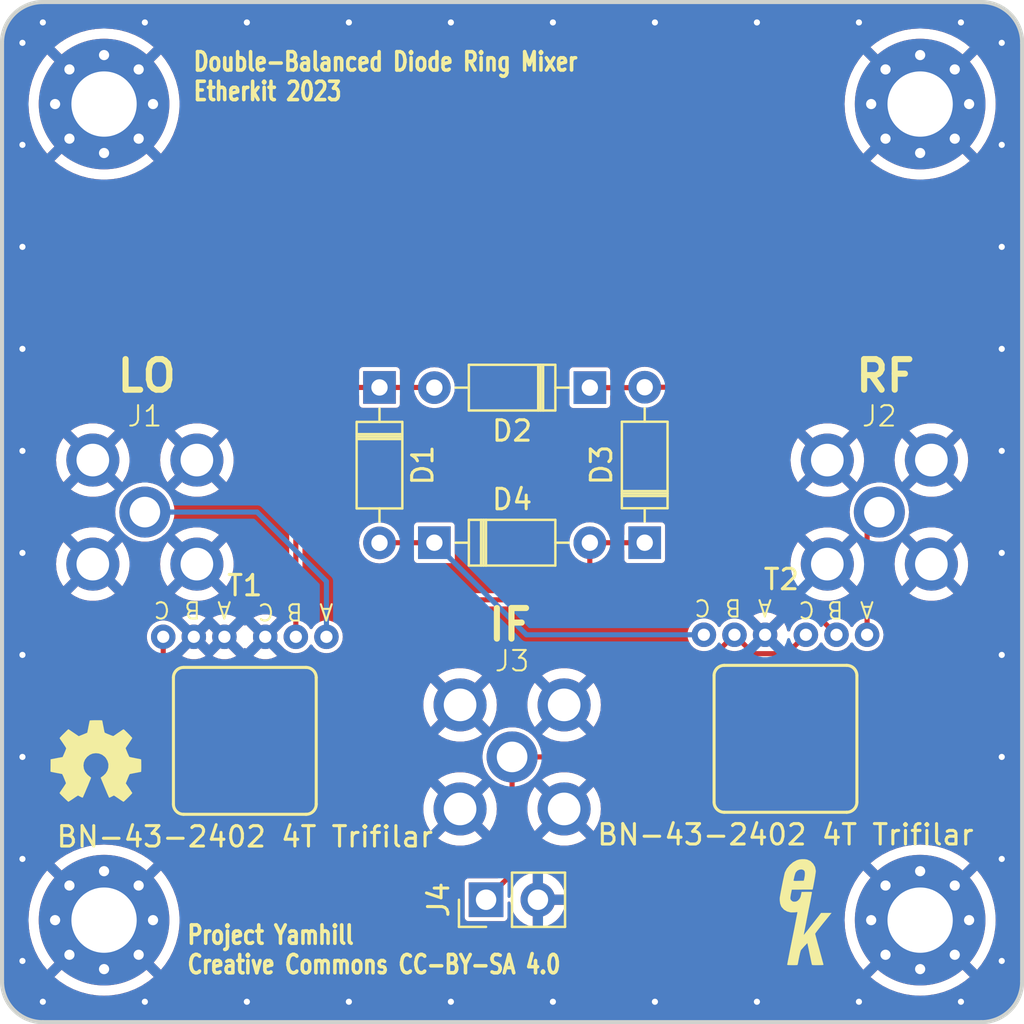
<source format=kicad_pcb>
(kicad_pcb (version 20221018) (generator pcbnew)
  (title_block (title "Project Yamhill") (rev "A") (company "Etherkit"))
  (layers (0 "F.Cu" signal) (31 "B.Cu" signal) (34 "B.Paste" user) (35 "F.Paste" user) (36 "B.SilkS" user "B.Silkscreen") (37 "F.SilkS" user "F.Silkscreen") (38 "B.Mask" user) (39 "F.Mask" user) (44 "Edge.Cuts" user))
  (net 0 "")
  (net 1 "Net-(D1-Pad1)")
  (net 2 "Net-(D1-Pad2)")
  (net 3 "Net-(D2-Pad1)")
  (net 4 "Net-(D3-Pad1)")
  (net 5 "GND")
  (net 6 "Net-(J1-In)")
  (net 7 "Net-(J2-In)")
  (net 8 "Net-(J3-In)")
  (footprint "Diode_THT:D_DO-35_SOD27_P7.62mm_Horizontal" (layer "F.Cu") (at 131.5 76.5 90)
    (fp_text reference "D3" (at 3.81 -2.12 90) (layer "F.SilkS"))
    (fp_text value "1N5711")
    (fp_line (start 1.04 0) (end 1.69 0) (stroke (width 0.12)) (layer "F.SilkS"))
    (fp_line (start 1.69 -1.12) (end 1.69 1.12) (stroke (width 0.12)) (layer "F.SilkS"))
    (fp_line (start 1.69 1.12) (end 5.93 1.12) (stroke (width 0.12)) (layer "F.SilkS"))
    (fp_line (start 2.29 -1.12) (end 2.29 1.12) (stroke (width 0.12)) (layer "F.SilkS"))
    (fp_line (start 2.41 -1.12) (end 2.41 1.12) (stroke (width 0.12)) (layer "F.SilkS"))
    (fp_line (start 2.53 -1.12) (end 2.53 1.12) (stroke (width 0.12)) (layer "F.SilkS"))
    (fp_line (start 5.93 -1.12) (end 1.69 -1.12) (stroke (width 0.12)) (layer "F.SilkS"))
    (fp_line (start 5.93 1.12) (end 5.93 -1.12) (stroke (width 0.12)) (layer "F.SilkS"))
    (fp_line (start 6.58 0) (end 5.93 0) (stroke (width 0.12)) (layer "F.SilkS"))
    (pad "1" thru_hole rect (at 0 0 90) (size 1.6 1.6) (drill 0.8) (layers "*.Cu" "*.Mask") (net 4 "Net-(D3-Pad1)"))
    (pad "2" thru_hole oval (at 7.62 0 90) (size 1.6 1.6) (drill 0.8) (layers "*.Cu" "*.Mask") (net 3 "Net-(D2-Pad1)"))
  )
  (footprint "Diode_THT:D_DO-35_SOD27_P7.62mm_Horizontal" (layer "F.Cu") (at 128.81 68.9 180)
    (fp_text reference "D2" (at 3.81 -2.12) (layer "F.SilkS"))
    (fp_text value "1N5711")
    (fp_line (start 1.04 0) (end 1.69 0) (stroke (width 0.12)) (layer "F.SilkS"))
    (fp_line (start 1.69 -1.12) (end 1.69 1.12) (stroke (width 0.12)) (layer "F.SilkS"))
    (fp_line (start 1.69 1.12) (end 5.93 1.12) (stroke (width 0.12)) (layer "F.SilkS"))
    (fp_line (start 2.29 -1.12) (end 2.29 1.12) (stroke (width 0.12)) (layer "F.SilkS"))
    (fp_line (start 2.41 -1.12) (end 2.41 1.12) (stroke (width 0.12)) (layer "F.SilkS"))
    (fp_line (start 2.53 -1.12) (end 2.53 1.12) (stroke (width 0.12)) (layer "F.SilkS"))
    (fp_line (start 5.93 -1.12) (end 1.69 -1.12) (stroke (width 0.12)) (layer "F.SilkS"))
    (fp_line (start 5.93 1.12) (end 5.93 -1.12) (stroke (width 0.12)) (layer "F.SilkS"))
    (fp_line (start 6.58 0) (end 5.93 0) (stroke (width 0.12)) (layer "F.SilkS"))
    (pad "1" thru_hole rect (at 0 0 180) (size 1.6 1.6) (drill 0.8) (layers "*.Cu" "*.Mask") (net 3 "Net-(D2-Pad1)"))
    (pad "2" thru_hole oval (at 7.62 0 180) (size 1.6 1.6) (drill 0.8) (layers "*.Cu" "*.Mask") (net 1 "Net-(D1-Pad1)"))
  )
  (footprint "EtherkitKicadLibrary:SMA_Jack_Vertical" (layer "F.Cu") (at 107 75)
    (fp_text reference "J1" (at 0 -4.7 unlocked) (layer "F.SilkS") (effects (font (thickness 0.1))))
    (fp_text value "LO" hide)
    (pad "1" thru_hole circle (at 0 0) (size 2.5 2.5) (drill 1.5) (layers "*.Cu" "*.Mask") (net 6 "Net-(J1-In)"))
    (pad "2" thru_hole circle (at -2.55 -2.55) (size 2.6 2.6) (drill 1.6) (layers "*.Cu" "*.Mask") (net 5 "GND"))
    (pad "2" thru_hole circle (at -2.55 2.55) (size 2.6 2.6) (drill 1.6) (layers "*.Cu" "*.Mask") (net 5 "GND"))
    (pad "2" thru_hole circle (at 2.55 -2.55) (size 2.6 2.6) (drill 1.6) (layers "*.Cu" "*.Mask") (net 5 "GND"))
    (pad "2" thru_hole circle (at 2.55 2.55) (size 2.6 2.6) (drill 1.6) (layers "*.Cu" "*.Mask") (net 5 "GND"))
  )
  (footprint "EtherkitKicadLibrary:OSHWLogo4mm" (layer "F.Cu") (at 104.6 87.2)
    (fp_text reference "G***" hide)
    (fp_text value "LOGO" hide)
    (fp_poly (pts (xy -1.34874 1.99898) (xy -1.32588 1.98628) (xy -1.27254 1.95326) (xy -1.19888 1.905) (xy -1.10998 1.84658) (xy -1.02362 1.78562) (xy -0.94996 1.73736) (xy -0.89916 1.70434) (xy -0.87884 1.69418) (xy -0.86614 1.69672) (xy -0.8255 1.71704) (xy -0.76454 1.75006) (xy -0.72898 1.76784) (xy -0.6731 1.7907) (xy -0.64516 1.79578) (xy -0.64008 1.78816) (xy -0.61976 1.74752) (xy -0.58928 1.67386) (xy -0.5461 1.57734) (xy -0.49784 1.46304) (xy -0.44704 1.34112) (xy -0.3937 1.2192) (xy -0.34544 1.09982) (xy -0.30226 0.99314) (xy -0.2667 0.90678) (xy -0.24384 0.84582) (xy -0.23622 0.82042) (xy -0.23876 0.81534) (xy -0.2667 0.7874) (xy -0.31496 0.75184) (xy -0.4191 0.66548) (xy -0.52324 0.53594) (xy -0.58674 0.38862) (xy -0.6096 0.22352) (xy -0.59182 0.07366) (xy -0.53086 -0.07112) (xy -0.42926 -0.2032) (xy -0.3048 -0.29972) (xy -0.16256 -0.36322) (xy 0 -0.38354) (xy 0.15494 -0.36576) (xy 0.30226 -0.30734) (xy 0.43434 -0.20574) (xy 0.49022 -0.14224) (xy 0.56642 -0.01016) (xy 0.6096 0.13208) (xy 0.61468 0.16764) (xy 0.60706 0.32512) (xy 0.56134 0.47498) (xy 0.48006 0.60706) (xy 0.36576 0.71882) (xy 0.35052 0.72898) (xy 0.29718 0.76708) (xy 0.26162 0.79502) (xy 0.23368 0.81788) (xy 0.4318 1.29794) (xy 0.46482 1.37414) (xy 0.51816 1.50368) (xy 0.56642 1.61798) (xy 0.60706 1.70688) (xy 0.63246 1.76784) (xy 0.64516 1.7907) (xy 0.64516 1.79324) (xy 0.66294 1.79578) (xy 0.6985 1.78308) (xy 0.76708 1.75006) (xy 0.81026 1.7272) (xy 0.86106 1.7018) (xy 0.88392 1.69418) (xy 0.90424 1.70434) (xy 0.9525 1.73482) (xy 1.02362 1.78308) (xy 1.10998 1.8415) (xy 1.19126 1.89738) (xy 1.26492 1.94564) (xy 1.3208 1.9812) (xy 1.3462 1.99644) (xy 1.35128 1.99644) (xy 1.37414 1.98374) (xy 1.41732 1.94564) (xy 1.48336 1.88468) (xy 1.5748 1.79324) (xy 1.59004 1.78054) (xy 1.66624 1.7018) (xy 1.7272 1.6383) (xy 1.76784 1.59258) (xy 1.78308 1.56972) (xy 1.77038 1.54432) (xy 1.73482 1.49098) (xy 1.68656 1.41478) (xy 1.6256 1.32588) (xy 1.46558 1.09474) (xy 1.55448 0.8763) (xy 1.57988 0.81026) (xy 1.61544 0.72898) (xy 1.64084 0.6731) (xy 1.65354 0.6477) (xy 1.6764 0.63754) (xy 1.73482 0.62484) (xy 1.82118 0.60706) (xy 1.92532 0.58674) (xy 2.02438 0.56896) (xy 2.11074 0.55118) (xy 2.17678 0.53848) (xy 2.20472 0.5334) (xy 2.21234 0.53086) (xy 2.21742 0.51562) (xy 2.21996 0.48514) (xy 2.2225 0.4318) (xy 2.22504 0.34798) (xy 2.22504 0.22352) (xy 2.22504 0.21082) (xy 2.2225 0.09398) (xy 2.2225 0) (xy 2.21742 -0.05842) (xy 2.21488 -0.08382) (xy 2.18694 -0.0889) (xy 2.12344 -0.10414) (xy 2.03454 -0.11938) (xy 1.9304 -0.1397) (xy 1.92278 -0.14224) (xy 1.81864 -0.16256) (xy 1.72974 -0.18034) (xy 1.66878 -0.19558) (xy 1.64084 -0.2032) (xy 1.63576 -0.21082) (xy 1.61544 -0.25146) (xy 1.58496 -0.3175) (xy 1.5494 -0.39624) (xy 1.51638 -0.48006) (xy 1.4859 -0.55372) (xy 1.46558 -0.6096) (xy 1.4605 -0.635) (xy 1.47574 -0.6604) (xy 1.5113 -0.71374) (xy 1.5621 -0.78994) (xy 1.6256 -0.87884) (xy 1.62814 -0.88646) (xy 1.6891 -0.97536) (xy 1.7399 -1.05156) (xy 1.77038 -1.1049) (xy 1.78308 -1.12776) (xy 1.78308 -1.1303) (xy 1.76276 -1.1557) (xy 1.71704 -1.2065) (xy 1.65354 -1.27508) (xy 1.5748 -1.35382) (xy 1.5494 -1.37922) (xy 1.46304 -1.46304) (xy 1.40462 -1.51892) (xy 1.36652 -1.54686) (xy 1.34874 -1.55448) (xy 1.3208 -1.5367) (xy 1.26492 -1.50114) (xy 1.18872 -1.4478) (xy 1.09728 -1.38684) (xy 1.0922 -1.3843) (xy 1.0033 -1.32334) (xy 0.92964 -1.27254) (xy 0.8763 -1.23698) (xy 0.85344 -1.22428) (xy 0.84836 -1.22428) (xy 0.8128 -1.23444) (xy 0.7493 -1.2573) (xy 0.6731 -1.28778) (xy 0.58928 -1.3208) (xy 0.51562 -1.35128) (xy 0.45974 -1.37668) (xy 0.4318 -1.39192) (xy 0.4318 -1.39446) (xy 0.42164 -1.42494) (xy 0.4064 -1.49098) (xy 0.38862 -1.58242) (xy 0.3683 -1.69164) (xy 0.36322 -1.70942) (xy 0.3429 -1.8161) (xy 0.32766 -1.90246) (xy 0.31496 -1.96342) (xy 0.30734 -1.98882) (xy 0.2921 -1.99136) (xy 0.2413 -1.99644) (xy 0.16256 -1.99898) (xy 0.06604 -1.99898) (xy -0.03302 -1.99898) (xy -0.13208 -1.99644) (xy -0.2159 -1.9939) (xy -0.27432 -1.98882) (xy -0.29972 -1.98374) (xy -0.30226 -1.98374) (xy -0.30988 -1.95072) (xy -0.32512 -1.88468) (xy -0.3429 -1.7907) (xy -0.36576 -1.68148) (xy -0.3683 -1.6637) (xy -0.38862 -1.55702) (xy -0.4064 -1.47066) (xy -0.4191 -1.4097) (xy -0.42672 -1.38684) (xy -0.43434 -1.38176) (xy -0.48006 -1.36398) (xy -0.55118 -1.3335) (xy -0.63754 -1.29794) (xy -0.84074 -1.21666) (xy -1.0922 -1.38684) (xy -1.11506 -1.40208) (xy -1.20396 -1.46304) (xy -1.27762 -1.51384) (xy -1.32842 -1.54686) (xy -1.35128 -1.55702) (xy -1.37668 -1.53416) (xy -1.42748 -1.48844) (xy -1.49352 -1.4224) (xy -1.57226 -1.34366) (xy -1.63068 -1.28778) (xy -1.69926 -1.21666) (xy -1.74498 -1.1684) (xy -1.76784 -1.13792) (xy -1.77546 -1.12014) (xy -1.77292 -1.10744) (xy -1.75768 -1.08204) (xy -1.72212 -1.0287) (xy -1.66878 -0.9525) (xy -1.60782 -0.8636) (xy -1.55956 -0.78994) (xy -1.50368 -0.70612) (xy -1.46812 -0.64516) (xy -1.45796 -0.61722) (xy -1.4605 -0.60452) (xy -1.47828 -0.55626) (xy -1.50622 -0.4826) (xy -1.54432 -0.3937) (xy -1.63068 -0.19558) (xy -1.76022 -0.17018) (xy -1.83896 -0.15748) (xy -1.95072 -0.13462) (xy -2.05486 -0.1143) (xy -2.21996 -0.08382) (xy -2.22504 0.51816) (xy -2.19964 0.52832) (xy -2.17424 0.53594) (xy -2.11328 0.54864) (xy -2.02692 0.56642) (xy -1.92532 0.58674) (xy -1.83896 0.60198) (xy -1.75006 0.61976) (xy -1.68656 0.63246) (xy -1.65862 0.63754) (xy -1.651 0.6477) (xy -1.63068 0.68834) (xy -1.59766 0.75692) (xy -1.56464 0.8382) (xy -1.52908 0.92202) (xy -1.4986 1.00076) (xy -1.47574 1.05918) (xy -1.46812 1.0922) (xy -1.48082 1.11506) (xy -1.51384 1.16586) (xy -1.5621 1.23952) (xy -1.62052 1.32588) (xy -1.68148 1.41478) (xy -1.73228 1.48844) (xy -1.7653 1.54178) (xy -1.78054 1.56718) (xy -1.77292 1.58496) (xy -1.7399 1.6256) (xy -1.67386 1.69418) (xy -1.5748 1.7907) (xy -1.55956 1.80594) (xy -1.48082 1.88214) (xy -1.41478 1.9431) (xy -1.36906 1.98374) (xy -1.34874 1.99898)) (stroke (width 0.00254)) (fill solid) (layer "F.SilkS"))
  )
  (footprint "MountingHole:MountingHole_3.2mm_M3_Pad_Via" (layer "F.Cu") (at 105 55)
    (fp_text reference "H1" hide)
    (fp_text value "MountingHole_Pad" hide)
    (pad "1" thru_hole circle (at -2.4 0) (size 0.8 0.8) (drill 0.5) (layers "*.Cu" "*.Mask") (net 5 "GND"))
    (pad "1" thru_hole circle (at -1.697056 -1.697056) (size 0.8 0.8) (drill 0.5) (layers "*.Cu" "*.Mask") (net 5 "GND"))
    (pad "1" thru_hole circle (at -1.697056 1.697056) (size 0.8 0.8) (drill 0.5) (layers "*.Cu" "*.Mask") (net 5 "GND"))
    (pad "1" thru_hole circle (at 0 -2.4) (size 0.8 0.8) (drill 0.5) (layers "*.Cu" "*.Mask") (net 5 "GND"))
    (pad "1" thru_hole circle (at 0 0) (size 6.4 6.4) (drill 3.2) (layers "*.Cu" "*.Mask") (net 5 "GND"))
    (pad "1" thru_hole circle (at 0 2.4) (size 0.8 0.8) (drill 0.5) (layers "*.Cu" "*.Mask") (net 5 "GND"))
    (pad "1" thru_hole circle (at 1.697056 -1.697056) (size 0.8 0.8) (drill 0.5) (layers "*.Cu" "*.Mask") (net 5 "GND"))
    (pad "1" thru_hole circle (at 1.697056 1.697056) (size 0.8 0.8) (drill 0.5) (layers "*.Cu" "*.Mask") (net 5 "GND"))
    (pad "1" thru_hole circle (at 2.4 0) (size 0.8 0.8) (drill 0.5) (layers "*.Cu" "*.Mask") (net 5 "GND"))
  )
  (footprint "Diode_THT:D_DO-35_SOD27_P7.62mm_Horizontal" (layer "F.Cu") (at 121.19 76.5)
    (fp_text reference "D4" (at 3.81 -2.12) (layer "F.SilkS"))
    (fp_text value "1N5711")
    (fp_line (start 1.04 0) (end 1.69 0) (stroke (width 0.12)) (layer "F.SilkS"))
    (fp_line (start 1.69 -1.12) (end 1.69 1.12) (stroke (width 0.12)) (layer "F.SilkS"))
    (fp_line (start 1.69 1.12) (end 5.93 1.12) (stroke (width 0.12)) (layer "F.SilkS"))
    (fp_line (start 2.29 -1.12) (end 2.29 1.12) (stroke (width 0.12)) (layer "F.SilkS"))
    (fp_line (start 2.41 -1.12) (end 2.41 1.12) (stroke (width 0.12)) (layer "F.SilkS"))
    (fp_line (start 2.53 -1.12) (end 2.53 1.12) (stroke (width 0.12)) (layer "F.SilkS"))
    (fp_line (start 5.93 -1.12) (end 1.69 -1.12) (stroke (width 0.12)) (layer "F.SilkS"))
    (fp_line (start 5.93 1.12) (end 5.93 -1.12) (stroke (width 0.12)) (layer "F.SilkS"))
    (fp_line (start 6.58 0) (end 5.93 0) (stroke (width 0.12)) (layer "F.SilkS"))
    (pad "1" thru_hole rect (at 0 0) (size 1.6 1.6) (drill 0.8) (layers "*.Cu" "*.Mask") (net 2 "Net-(D1-Pad2)"))
    (pad "2" thru_hole oval (at 7.62 0) (size 1.6 1.6) (drill 0.8) (layers "*.Cu" "*.Mask") (net 4 "Net-(D3-Pad1)"))
  )
  (footprint "MountingHole:MountingHole_3.2mm_M3_Pad_Via" (layer "F.Cu") (at 145 55)
    (fp_text reference "H2" hide)
    (fp_text value "MountingHole_Pad" hide)
    (pad "1" thru_hole circle (at -2.4 0) (size 0.8 0.8) (drill 0.5) (layers "*.Cu" "*.Mask") (net 5 "GND"))
    (pad "1" thru_hole circle (at -1.697056 -1.697056) (size 0.8 0.8) (drill 0.5) (layers "*.Cu" "*.Mask") (net 5 "GND"))
    (pad "1" thru_hole circle (at -1.697056 1.697056) (size 0.8 0.8) (drill 0.5) (layers "*.Cu" "*.Mask") (net 5 "GND"))
    (pad "1" thru_hole circle (at 0 -2.4) (size 0.8 0.8) (drill 0.5) (layers "*.Cu" "*.Mask") (net 5 "GND"))
    (pad "1" thru_hole circle (at 0 0) (size 6.4 6.4) (drill 3.2) (layers "*.Cu" "*.Mask") (net 5 "GND"))
    (pad "1" thru_hole circle (at 0 2.4) (size 0.8 0.8) (drill 0.5) (layers "*.Cu" "*.Mask") (net 5 "GND"))
    (pad "1" thru_hole circle (at 1.697056 -1.697056) (size 0.8 0.8) (drill 0.5) (layers "*.Cu" "*.Mask") (net 5 "GND"))
    (pad "1" thru_hole circle (at 1.697056 1.697056) (size 0.8 0.8) (drill 0.5) (layers "*.Cu" "*.Mask") (net 5 "GND"))
    (pad "1" thru_hole circle (at 2.4 0) (size 0.8 0.8) (drill 0.5) (layers "*.Cu" "*.Mask") (net 5 "GND"))
  )
  (footprint "EtherkitKicadLibrary:SMA_Jack_Vertical" (layer "F.Cu") (at 143 75)
    (fp_text reference "J2" (at 0 -4.7 unlocked) (layer "F.SilkS") (effects (font (thickness 0.1))))
    (fp_text value "RF" hide)
    (pad "1" thru_hole circle (at 0 0) (size 2.5 2.5) (drill 1.5) (layers "*.Cu" "*.Mask") (net 7 "Net-(J2-In)"))
    (pad "2" thru_hole circle (at -2.55 -2.55) (size 2.6 2.6) (drill 1.6) (layers "*.Cu" "*.Mask") (net 5 "GND"))
    (pad "2" thru_hole circle (at -2.55 2.55) (size 2.6 2.6) (drill 1.6) (layers "*.Cu" "*.Mask") (net 5 "GND"))
    (pad "2" thru_hole circle (at 2.55 -2.55) (size 2.6 2.6) (drill 1.6) (layers "*.Cu" "*.Mask") (net 5 "GND"))
    (pad "2" thru_hole circle (at 2.55 2.55) (size 2.6 2.6) (drill 1.6) (layers "*.Cu" "*.Mask") (net 5 "GND"))
  )
  (footprint "MountingHole:MountingHole_3.2mm_M3_Pad_Via" (layer "F.Cu") (at 145 95)
    (fp_text reference "H4" hide)
    (fp_text value "MountingHole_Pad" hide)
    (pad "1" thru_hole circle (at -2.4 0) (size 0.8 0.8) (drill 0.5) (layers "*.Cu" "*.Mask") (net 5 "GND"))
    (pad "1" thru_hole circle (at -1.697056 -1.697056) (size 0.8 0.8) (drill 0.5) (layers "*.Cu" "*.Mask") (net 5 "GND"))
    (pad "1" thru_hole circle (at -1.697056 1.697056) (size 0.8 0.8) (drill 0.5) (layers "*.Cu" "*.Mask") (net 5 "GND"))
    (pad "1" thru_hole circle (at 0 -2.4) (size 0.8 0.8) (drill 0.5) (layers "*.Cu" "*.Mask") (net 5 "GND"))
    (pad "1" thru_hole circle (at 0 0) (size 6.4 6.4) (drill 3.2) (layers "*.Cu" "*.Mask") (net 5 "GND"))
    (pad "1" thru_hole circle (at 0 2.4) (size 0.8 0.8) (drill 0.5) (layers "*.Cu" "*.Mask") (net 5 "GND"))
    (pad "1" thru_hole circle (at 1.697056 -1.697056) (size 0.8 0.8) (drill 0.5) (layers "*.Cu" "*.Mask") (net 5 "GND"))
    (pad "1" thru_hole circle (at 1.697056 1.697056) (size 0.8 0.8) (drill 0.5) (layers "*.Cu" "*.Mask") (net 5 "GND"))
    (pad "1" thru_hole circle (at 2.4 0) (size 0.8 0.8) (drill 0.5) (layers "*.Cu" "*.Mask") (net 5 "GND"))
  )
  (footprint "MountingHole:MountingHole_3.2mm_M3_Pad_Via" (layer "F.Cu") (at 105 95)
    (fp_text reference "H3" hide)
    (fp_text value "MountingHole_Pad" hide)
    (pad "1" thru_hole circle (at -2.4 0) (size 0.8 0.8) (drill 0.5) (layers "*.Cu" "*.Mask") (net 5 "GND"))
    (pad "1" thru_hole circle (at -1.697056 -1.697056) (size 0.8 0.8) (drill 0.5) (layers "*.Cu" "*.Mask") (net 5 "GND"))
    (pad "1" thru_hole circle (at -1.697056 1.697056) (size 0.8 0.8) (drill 0.5) (layers "*.Cu" "*.Mask") (net 5 "GND"))
    (pad "1" thru_hole circle (at 0 -2.4) (size 0.8 0.8) (drill 0.5) (layers "*.Cu" "*.Mask") (net 5 "GND"))
    (pad "1" thru_hole circle (at 0 0) (size 6.4 6.4) (drill 3.2) (layers "*.Cu" "*.Mask") (net 5 "GND"))
    (pad "1" thru_hole circle (at 0 2.4) (size 0.8 0.8) (drill 0.5) (layers "*.Cu" "*.Mask") (net 5 "GND"))
    (pad "1" thru_hole circle (at 1.697056 -1.697056) (size 0.8 0.8) (drill 0.5) (layers "*.Cu" "*.Mask") (net 5 "GND"))
    (pad "1" thru_hole circle (at 1.697056 1.697056) (size 0.8 0.8) (drill 0.5) (layers "*.Cu" "*.Mask") (net 5 "GND"))
    (pad "1" thru_hole circle (at 2.4 0) (size 0.8 0.8) (drill 0.5) (layers "*.Cu" "*.Mask") (net 5 "GND"))
  )
  (footprint "EtherkitKicadLibrary:BN2402_TRIFILAR" (layer "F.Cu") (at 111.9 81.1125 180)
    (fp_text reference "T1" (at 0 2.5125) (layer "F.SilkS"))
    (fp_text value "BN-43-2402 4T Trifilar" (at 0 -9.8) (layer "F.SilkS"))
    (fp_text user "A" (at 0.6 1.8 180 unlocked) (layer "F.SilkS") (effects (font (size 0.8 0.8) (thickness 0.1)) (justify left bottom)))
    (fp_text user "C" (at 3.6 1.8 180 unlocked) (layer "F.SilkS") (effects (font (size 0.8 0.8) (thickness 0.1)) (justify left bottom)))
    (fp_text user "C" (at -1.5 1.7 180 unlocked) (layer "F.SilkS") (effects (font (size 0.8 0.8) (thickness 0.1)) (justify left bottom)))
    (fp_text user "A" (at -4.4 1.7 180 unlocked) (layer "F.SilkS") (effects (font (size 0.8 0.8) (thickness 0.1)) (justify left bottom)))
    (fp_text user "B" (at -2.9 1.7 180 unlocked) (layer "F.SilkS") (effects (font (size 0.8 0.8) (thickness 0.1)) (justify left bottom)))
    (fp_text user "B" (at 2.1 1.8 180 unlocked) (layer "F.SilkS") (effects (font (size 0.8 0.8) (thickness 0.1)) (justify left bottom)))
    (fp_line (start -3.5 -2) (end -3.5 -8.2) (stroke (width 0.15)) (layer "F.SilkS"))
    (fp_line (start -3 -1.5) (end 3 -1.5) (stroke (width 0.15)) (layer "F.SilkS"))
    (fp_line (start 3 -8.7) (end -3 -8.7) (stroke (width 0.15)) (layer "F.SilkS"))
    (fp_line (start 3.5 -2) (end 3.5 -8.2) (stroke (width 0.15)) (layer "F.SilkS"))
    (fp_arc (start -3.5 -8.2) (mid -3.353553 -8.553553) (end -3 -8.7) (stroke (width 0.15)) (layer "F.SilkS"))
    (fp_arc (start -3 -1.5) (mid -3.353553 -1.646447) (end -3.5 -2) (stroke (width 0.15)) (layer "F.SilkS"))
    (fp_arc (start 3 -8.7) (mid 3.353553 -8.553553) (end 3.5 -8.2) (stroke (width 0.15)) (layer "F.SilkS"))
    (fp_arc (start 3.5 -2) (mid 3.353553 -1.646447) (end 3 -1.5) (stroke (width 0.15)) (layer "F.SilkS"))
    (pad "1" thru_hole circle (at -4 0 180) (size 1.2 1.2) (drill 0.6) (layers "*.Cu" "*.Mask") (net 6 "Net-(J1-In)"))
    (pad "2" thru_hole circle (at 1 0 180) (size 1.2 1.2) (drill 0.6) (layers "*.Cu" "*.Mask") (net 5 "GND"))
    (pad "3" thru_hole circle (at -2.5 0 180) (size 1.2 1.2) (drill 0.6) (layers "*.Cu" "*.Mask") (net 1 "Net-(D1-Pad1)"))
    (pad "4" thru_hole circle (at 2.5 0 180) (size 1.2 1.2) (drill 0.6) (layers "*.Cu" "*.Mask") (net 5 "GND"))
    (pad "5" thru_hole circle (at -1 0 180) (size 1.2 1.2) (drill 0.6) (layers "*.Cu" "*.Mask") (net 5 "GND"))
    (pad "6" thru_hole circle (at 4 0 180) (size 1.2 1.2) (drill 0.6) (layers "*.Cu" "*.Mask") (net 4 "Net-(D3-Pad1)"))
  )
  (footprint "Diode_THT:D_DO-35_SOD27_P7.62mm_Horizontal" (layer "F.Cu") (at 118.5 68.89 -90)
    (fp_text reference "D1" (at 3.81 -2.12 90) (layer "F.SilkS"))
    (fp_text value "1N5711")
    (fp_line (start 1.04 0) (end 1.69 0) (stroke (width 0.12)) (layer "F.SilkS"))
    (fp_line (start 1.69 -1.12) (end 1.69 1.12) (stroke (width 0.12)) (layer "F.SilkS"))
    (fp_line (start 1.69 1.12) (end 5.93 1.12) (stroke (width 0.12)) (layer "F.SilkS"))
    (fp_line (start 2.29 -1.12) (end 2.29 1.12) (stroke (width 0.12)) (layer "F.SilkS"))
    (fp_line (start 2.41 -1.12) (end 2.41 1.12) (stroke (width 0.12)) (layer "F.SilkS"))
    (fp_line (start 2.53 -1.12) (end 2.53 1.12) (stroke (width 0.12)) (layer "F.SilkS"))
    (fp_line (start 5.93 -1.12) (end 1.69 -1.12) (stroke (width 0.12)) (layer "F.SilkS"))
    (fp_line (start 5.93 1.12) (end 5.93 -1.12) (stroke (width 0.12)) (layer "F.SilkS"))
    (fp_line (start 6.58 0) (end 5.93 0) (stroke (width 0.12)) (layer "F.SilkS"))
    (pad "1" thru_hole rect (at 0 0 270) (size 1.6 1.6) (drill 0.8) (layers "*.Cu" "*.Mask") (net 1 "Net-(D1-Pad1)"))
    (pad "2" thru_hole oval (at 7.62 0 270) (size 1.6 1.6) (drill 0.8) (layers "*.Cu" "*.Mask") (net 2 "Net-(D1-Pad2)"))
  )
  (footprint "Connector_PinHeader_2.54mm:PinHeader_1x02_P2.54mm_Vertical" (layer "F.Cu") (at 123.725 94 90)
    (fp_text reference "J4" (at 0 -2.33 90) (layer "F.SilkS"))
    (fp_text value "IF")
    (fp_line (start -1.33 -1.33) (end 0 -1.33) (stroke (width 0.12)) (layer "F.SilkS"))
    (fp_line (start -1.33 0) (end -1.33 -1.33) (stroke (width 0.12)) (layer "F.SilkS"))
    (fp_line (start -1.33 1.27) (end -1.33 3.87) (stroke (width 0.12)) (layer "F.SilkS"))
    (fp_line (start -1.33 1.27) (end 1.33 1.27) (stroke (width 0.12)) (layer "F.SilkS"))
    (fp_line (start -1.33 3.87) (end 1.33 3.87) (stroke (width 0.12)) (layer "F.SilkS"))
    (fp_line (start 1.33 1.27) (end 1.33 3.87) (stroke (width 0.12)) (layer "F.SilkS"))
    (pad "1" thru_hole rect (at 0 0 90) (size 1.7 1.7) (drill 1) (layers "*.Cu" "*.Mask") (net 8 "Net-(J3-In)"))
    (pad "2" thru_hole oval (at 0 2.54 90) (size 1.7 1.7) (drill 1) (layers "*.Cu" "*.Mask") (net 5 "GND"))
  )
  (footprint "EtherkitKicadLibrary:BN2402_TRIFILAR" (layer "F.Cu") (at 138.4 81.0125 180)
    (fp_text reference "T2" (at 0.2 2.7125) (layer "F.SilkS"))
    (fp_text value "BN-43-2402 4T Trifilar" (at 0 -9.8) (layer "F.SilkS"))
    (fp_text user "B" (at -2.9 1.7 180 unlocked) (layer "F.SilkS") (effects (font (size 0.8 0.8) (thickness 0.1)) (justify left bottom)))
    (fp_text user "B" (at 2.1 1.8 180 unlocked) (layer "F.SilkS") (effects (font (size 0.8 0.8) (thickness 0.1)) (justify left bottom)))
    (fp_text user "C" (at 3.6 1.8 180 unlocked) (layer "F.SilkS") (effects (font (size 0.8 0.8) (thickness 0.1)) (justify left bottom)))
    (fp_text user "A" (at 0.6 1.8 180 unlocked) (layer "F.SilkS") (effects (font (size 0.8 0.8) (thickness 0.1)) (justify left bottom)))
    (fp_text user "C" (at -1.5 1.7 180 unlocked) (layer "F.SilkS") (effects (font (size 0.8 0.8) (thickness 0.1)) (justify left bottom)))
    (fp_text user "A" (at -4.4 1.7 180 unlocked) (layer "F.SilkS") (effects (font (size 0.8 0.8) (thickness 0.1)) (justify left bottom)))
    (fp_line (start -3.5 -2) (end -3.5 -8.2) (stroke (width 0.15)) (layer "F.SilkS"))
    (fp_line (start -3 -1.5) (end 3 -1.5) (stroke (width 0.15)) (layer "F.SilkS"))
    (fp_line (start 3 -8.7) (end -3 -8.7) (stroke (width 0.15)) (layer "F.SilkS"))
    (fp_line (start 3.5 -2) (end 3.5 -8.2) (stroke (width 0.15)) (layer "F.SilkS"))
    (fp_arc (start -3.5 -8.2) (mid -3.353553 -8.553553) (end -3 -8.7) (stroke (width 0.15)) (layer "F.SilkS"))
    (fp_arc (start -3 -1.5) (mid -3.353553 -1.646447) (end -3.5 -2) (stroke (width 0.15)) (layer "F.SilkS"))
    (fp_arc (start 3 -8.7) (mid 3.353553 -8.553553) (end 3.5 -8.2) (stroke (width 0.15)) (layer "F.SilkS"))
    (fp_arc (start 3.5 -2) (mid 3.353553 -1.646447) (end 3 -1.5) (stroke (width 0.15)) (layer "F.SilkS"))
    (pad "1" thru_hole circle (at -4 0 180) (size 1.2 1.2) (drill 0.6) (layers "*.Cu" "*.Mask") (net 7 "Net-(J2-In)"))
    (pad "2" thru_hole circle (at 1 0 180) (size 1.2 1.2) (drill 0.6) (layers "*.Cu" "*.Mask") (net 5 "GND"))
    (pad "3" thru_hole circle (at -2.5 0 180) (size 1.2 1.2) (drill 0.6) (layers "*.Cu" "*.Mask") (net 3 "Net-(D2-Pad1)"))
    (pad "4" thru_hole circle (at 2.5 0 180) (size 1.2 1.2) (drill 0.6) (layers "*.Cu" "*.Mask") (net 8 "Net-(J3-In)"))
    (pad "5" thru_hole circle (at -1 0 180) (size 1.2 1.2) (drill 0.6) (layers "*.Cu" "*.Mask") (net 8 "Net-(J3-In)"))
    (pad "6" thru_hole circle (at 4 0 180) (size 1.2 1.2) (drill 0.6) (layers "*.Cu" "*.Mask") (net 2 "Net-(D1-Pad2)"))
  )
  (footprint "EtherkitKicadLibrary:SMA_Jack_Vertical" (layer "F.Cu") (at 125 87)
    (fp_text reference "J3" (at 0 -4.7 unlocked) (layer "F.SilkS") (effects (font (thickness 0.1))))
    (fp_text value "IF" hide)
    (pad "1" thru_hole circle (at 0 0) (size 2.5 2.5) (drill 1.5) (layers "*.Cu" "*.Mask") (net 8 "Net-(J3-In)"))
    (pad "2" thru_hole circle (at -2.55 -2.55) (size 2.6 2.6) (drill 1.6) (layers "*.Cu" "*.Mask") (net 5 "GND"))
    (pad "2" thru_hole circle (at -2.55 2.55) (size 2.6 2.6) (drill 1.6) (layers "*.Cu" "*.Mask") (net 5 "GND"))
    (pad "2" thru_hole circle (at 2.55 -2.55) (size 2.6 2.6) (drill 1.6) (layers "*.Cu" "*.Mask") (net 5 "GND"))
    (pad "2" thru_hole circle (at 2.55 2.55) (size 2.6 2.6) (drill 1.6) (layers "*.Cu" "*.Mask") (net 5 "GND"))
  )
  (footprint "EtherkitKicadLibrary:EtherkitLogoSmall" (layer "F.Cu") (at 139.4 94.6)
    (fp_text reference "Ref**" hide)
    (fp_text value "Val**" hide)
    (fp_poly (pts (xy 0.58166 2.60604) (xy 0.6223 2.60604) (xy 0.7493 2.6035) (xy 0.83312 2.59842) (xy 0.8636 2.5908) (xy 0.85852 2.57048) (xy 0.84074 2.49936) (xy 0.80772 2.37998) (xy 0.76708 2.22504) (xy 0.71628 2.03962) (xy 0.61722 1.67894) (xy 0.56388 1.48844) (xy 0.5207 1.3208) (xy 0.48514 1.19126) (xy 0.46228 1.10236) (xy 0.45466 1.0668) (xy 0.45466 1.06426) (xy 0.4826 1.02362) (xy 0.54102 0.94234) (xy 0.62738 0.83058) (xy 0.73406 0.69596) (xy 0.85598 0.54356) (xy 1.2573 0.04826) (xy 0.74422 0.04826) (xy 0.32258 0.58928) (xy 0.2667 0.65786) (xy 0.14986 0.80772) (xy 0.04826 0.93726) (xy -0.03302 1.03886) (xy -0.08382 1.10236) (xy -0.10414 1.12522) (xy -0.1016 1.10998) (xy -0.0889 1.03886) (xy -0.06604 0.91948) (xy -0.03556 0.75946) (xy 0.00254 0.56134) (xy 0.04572 0.33782) (xy 0.09398 0.09398) (xy 0.127 -0.07874) (xy 0.17526 -0.31242) (xy 0.2159 -0.5207) (xy 0.24892 -0.6985) (xy 0.27432 -0.83566) (xy 0.2921 -0.92456) (xy 0.29718 -0.96266) (xy 0.29718 -0.97028) (xy 0.28448 -0.98044) (xy 0.24638 -0.98552) (xy 0.17018 -0.98552) (xy 0.04318 -0.98552) (xy -0.21082 -0.98044) (xy -0.23622 -0.85598) (xy -0.26416 -0.73914) (xy -0.3048 -0.65532) (xy -0.36322 -0.58674) (xy -0.40386 -0.55118) (xy -0.47498 -0.51308) (xy -0.56388 -0.50292) (xy -0.56896 -0.50292) (xy -0.64008 -0.51308) (xy -0.6985 -0.55118) (xy -0.70866 -0.56134) (xy -0.74676 -0.6096) (xy -0.762 -0.66802) (xy -0.75438 -0.75946) (xy -0.73152 -0.89408) (xy -0.7112 -0.98552) (xy -0.69596 -1.06172) (xy -0.69088 -1.0922) (xy -0.67564 -1.09474) (xy -0.6096 -1.09474) (xy -0.53594 -1.09728) (xy -0.53594 -1.524) (xy -0.58674 -1.52908) (xy -0.60452 -1.5367) (xy -0.60706 -1.5494) (xy -0.60198 -1.56464) (xy -0.58674 -1.63068) (xy -0.56642 -1.72466) (xy -0.55626 -1.7653) (xy -0.52832 -1.86436) (xy -0.50038 -1.93294) (xy -0.49276 -1.94564) (xy -0.42164 -2.02438) (xy -0.32512 -2.07264) (xy -0.22098 -2.08788) (xy -0.13208 -2.06756) (xy -0.06858 -2.0066) (xy -0.06604 -2.00152) (xy -0.04826 -1.91262) (xy -0.05334 -1.78816) (xy -0.0762 -1.64846) (xy -0.10414 -1.53162) (xy -0.35814 -1.52654) (xy -0.44196 -1.524) (xy -0.53594 -1.524) (xy -0.53594 -1.09728) (xy -0.49784 -1.09728) (xy -0.35306 -1.09728) (xy -0.18034 -1.09982) (xy 0.32766 -1.09982) (xy 0.33782 -1.13538) (xy 0.34036 -1.143) (xy 0.36322 -1.24968) (xy 0.38862 -1.38938) (xy 0.41656 -1.54178) (xy 0.4445 -1.69418) (xy 0.46482 -1.8288) (xy 0.48006 -1.93548) (xy 0.48768 -1.9939) (xy 0.48514 -2.02438) (xy 0.44958 -2.20472) (xy 0.36068 -2.3622) (xy 0.23368 -2.4892) (xy 0.07366 -2.5654) (xy 0.05588 -2.57048) (xy -0.0635 -2.58826) (xy -0.2032 -2.58826) (xy -0.32766 -2.57302) (xy -0.44704 -2.53746) (xy -0.62992 -2.43586) (xy -0.79756 -2.29362) (xy -0.93472 -2.12598) (xy -1.0287 -1.94564) (xy -1.03632 -1.92278) (xy -1.05664 -1.83388) (xy -1.08458 -1.70434) (xy -1.12014 -1.54686) (xy -1.1557 -1.3716) (xy -1.19126 -1.19126) (xy -1.22428 -1.01854) (xy -1.25222 -0.86868) (xy -1.27254 -0.75184) (xy -1.2827 -0.68072) (xy -1.2827 -0.57912) (xy -1.26238 -0.41402) (xy -1.21158 -0.27686) (xy -1.19126 -0.24384) (xy -1.07442 -0.1143) (xy -0.91694 -0.02286) (xy -0.73406 0.02286) (xy -0.53848 0.01778) (xy -0.51562 0.01524) (xy -0.4445 0.00508) (xy -0.41402 0.00508) (xy -0.41402 0.0127) (xy -0.42418 0.07366) (xy -0.44704 0.18542) (xy -0.47752 0.34036) (xy -0.51562 0.53848) (xy -0.5588 0.76708) (xy -0.6096 1.02108) (xy -0.69342 1.43764) (xy -0.74676 1.7018) (xy -0.79502 1.94564) (xy -0.83566 2.159) (xy -0.87122 2.33934) (xy -0.89662 2.47396) (xy -0.91186 2.56286) (xy -0.9144 2.59334) (xy -0.91186 2.59588) (xy -0.86614 2.60096) (xy -0.77724 2.6035) (xy -0.65786 2.60604) (xy -0.55372 2.60604) (xy -0.4699 2.6035) (xy -0.42672 2.59842) (xy -0.4064 2.58826) (xy -0.40132 2.57048) (xy -0.39624 2.54508) (xy -0.37846 2.46634) (xy -0.35814 2.35204) (xy -0.3302 2.21488) (xy -0.32258 2.17424) (xy -0.28702 2.01168) (xy -0.25908 1.91008) (xy -0.23876 1.86182) (xy -0.2286 1.85166) (xy -0.1524 1.7653) (xy -0.07366 1.6764) (xy 0 1.6002) (xy 0.0508 1.54686) (xy 0.07112 1.52654) (xy 0.0762 1.54178) (xy 0.09144 1.60782) (xy 0.1143 1.71958) (xy 0.14478 1.86436) (xy 0.1778 2.032) (xy 0.2032 2.14884) (xy 0.23622 2.30632) (xy 0.26162 2.4384) (xy 0.28194 2.52984) (xy 0.28956 2.57048) (xy 0.2921 2.57302) (xy 0.29718 2.58826) (xy 0.3175 2.59842) (xy 0.36322 2.6035) (xy 0.44704 2.60604) (xy 0.58166 2.60604)) (stroke (width 0.00254)) (fill solid) (layer "F.SilkS"))
  )
  (gr_line (start 148 100) (end 102 100) (stroke (width 0.2)) (layer "Edge.Cuts"))
  (gr_arc (start 102 100) (mid 100.585786 99.414214) (end 100 98) (stroke (width 0.2)) (layer "Edge.Cuts"))
  (gr_arc (start 148 50) (mid 149.414214 50.585786) (end 150 52) (stroke (width 0.2)) (layer "Edge.Cuts"))
  (gr_arc (start 100 52) (mid 100.585786 50.585786) (end 102 50) (stroke (width 0.2)) (layer "Edge.Cuts"))
  (gr_line (start 100 98) (end 100 52) (stroke (width 0.2)) (layer "Edge.Cuts"))
  (gr_line (start 102 50) (end 148 50) (stroke (width 0.2)) (layer "Edge.Cuts"))
  (gr_arc (start 150 98) (mid 149.414214 99.414214) (end 148 100) (stroke (width 0.2)) (layer "Edge.Cuts"))
  (gr_line (start 150 52) (end 150 98) (stroke (width 0.2)) (layer "Edge.Cuts"))
  (gr_text "Rev A" (at 142.9 88.8) (layer "F.Cu" knockout) (effects (font (size 1.2 1) (thickness 0.25) bold) (justify left bottom)))
  (gr_text "RF" (at 141.7 69.2) (layer "F.SilkS") (effects (font (size 1.5 1.5) (thickness 0.3) bold) (justify left bottom)))
  (gr_text "Project Yamhill\nCreative Commons CC-BY-SA 4.0" (at 109 97.7) (layer "F.SilkS") (effects (font (size 0.9 0.7) (thickness 0.175) bold) (justify left bottom)))
  (gr_text "IF" (at 123.7 81.4) (layer "F.SilkS") (effects (font (size 1.5 1.5) (thickness 0.3) bold) (justify left bottom)))
  (gr_text "LO" (at 105.5 69.2) (layer "F.SilkS") (effects (font (size 1.5 1.5) (thickness 0.3) bold) (justify left bottom)))
  (gr_text "Double-Balanced Diode Ring Mixer\nEtherkit 2023" (at 109.3 54.9) (layer "F.SilkS") (effects (font (size 0.9 0.7) (thickness 0.175) bold) (justify left bottom)))
  (segment (start 114.4 71) (end 116.51 68.89) (width 0.25) (layer "F.Cu") (net 1))
  (segment (start 118.5 68.89) (end 121.18 68.89) (width 0.25) (layer "F.Cu") (net 1))
  (segment (start 121.18 68.89) (end 121.19 68.9) (width 0.25) (layer "F.Cu") (net 1))
  (segment (start 116.51 68.89) (end 118.5 68.89) (width 0.25) (layer "F.Cu") (net 1))
  (segment (start 114.4 81.1125) (end 114.4 71) (width 0.25) (layer "F.Cu") (net 1))
  (segment (start 118.51 76.5) (end 118.5 76.51) (width 0.25) (layer "F.Cu") (net 2))
  (segment (start 121.19 76.5) (end 118.51 76.5) (width 0.25) (layer "F.Cu") (net 2))
  (segment (start 125.7025 81.0125) (end 121.19 76.5) (width 0.25) (layer "B.Cu") (net 2))
  (segment (start 134.4 81.0125) (end 125.7025 81.0125) (width 0.25) (layer "B.Cu") (net 2))
  (segment (start 134.4 69.8) (end 133.48 68.88) (width 0.25) (layer "F.Cu") (net 3))
  (segment (start 133.48 68.88) (end 131.5 68.88) (width 0.25) (layer "F.Cu") (net 3))
  (segment (start 128.81 68.9) (end 131.48 68.9) (width 0.25) (layer "F.Cu") (net 3))
  (segment (start 131.48 68.9) (end 131.5 68.88) (width 0.25) (layer "F.Cu") (net 3))
  (segment (start 140.9 81.0125) (end 134.4 74.5125) (width 0.25) (layer "F.Cu") (net 3))
  (segment (start 134.4 74.5125) (end 134.4 69.8) (width 0.25) (layer "F.Cu") (net 3))
  (segment (start 107.9 82.1) (end 108.8 83) (width 0.25) (layer "F.Cu") (net 4))
  (segment (start 127.2 79.3) (end 128.81 77.69) (width 0.25) (layer "F.Cu") (net 4))
  (segment (start 108.8 83) (end 108.975 82.825) (width 0.25) (layer "F.Cu") (net 4))
  (segment (start 119.375 82.825) (end 122.9 79.3) (width 0.25) (layer "F.Cu") (net 4))
  (segment (start 131.5 76.5) (end 128.81 76.5) (width 0.25) (layer "F.Cu") (net 4))
  (segment (start 107.9 81.1125) (end 107.9 82.1) (width 0.25) (layer "F.Cu") (net 4))
  (segment (start 128.81 77.69) (end 128.81 76.5) (width 0.25) (layer "F.Cu") (net 4))
  (segment (start 108.975 82.825) (end 119.375 82.825) (width 0.25) (layer "F.Cu") (net 4))
  (segment (start 122.9 79.3) (end 127.2 79.3) (width 0.25) (layer "F.Cu") (net 4))
  (via (at 122 51) (size 0.6) (drill 0.3) (layers "F.Cu" "B.Cu") (net 5))
  (via (at 101 82) (size 0.6) (drill 0.3) (layers "F.Cu" "B.Cu") (net 5))
  (via (at 149 82) (size 0.6) (drill 0.3) (layers "F.Cu" "B.Cu") (net 5))
  (via (at 149 97) (size 0.6) (drill 0.3) (layers "F.Cu" "B.Cu") (net 5))
  (via (at 147 51) (size 0.6) (drill 0.3) (layers "F.Cu" "B.Cu") (net 5))
  (via (at 149 72) (size 0.6) (drill 0.3) (layers "F.Cu" "B.Cu") (net 5))
  (via (at 149 62) (size 0.6) (drill 0.3) (layers "F.Cu" "B.Cu") (net 5))
  (via (at 117 99) (size 0.6) (drill 0.3) (layers "F.Cu" "B.Cu") (net 5))
  (via (at 142 51) (size 0.6) (drill 0.3) (layers "F.Cu" "B.Cu") (net 5))
  (via (at 149 77) (size 0.6) (drill 0.3) (layers "F.Cu" "B.Cu") (net 5))
  (via (at 149 57) (size 0.6) (drill 0.3) (layers "F.Cu" "B.Cu") (net 5))
  (via (at 101 87) (size 0.6) (drill 0.3) (layers "F.Cu" "B.Cu") (net 5))
  (via (at 149 52) (size 0.6) (drill 0.3) (layers "F.Cu" "B.Cu") (net 5))
  (via (at 132 51) (size 0.6) (drill 0.3) (layers "F.Cu" "B.Cu") (net 5))
  (via (at 101 52) (size 0.6) (drill 0.3) (layers "F.Cu" "B.Cu") (net 5))
  (via (at 107 51) (size 0.6) (drill 0.3) (layers "F.Cu" "B.Cu") (net 5))
  (via (at 101 97) (size 0.6) (drill 0.3) (layers "F.Cu" "B.Cu") (net 5))
  (via (at 149 67) (size 0.6) (drill 0.3) (layers "F.Cu" "B.Cu") (net 5))
  (via (at 107 99) (size 0.6) (drill 0.3) (layers "F.Cu" "B.Cu") (net 5))
  (via (at 101 67) (size 0.6) (drill 0.3) (layers "F.Cu" "B.Cu") (net 5))
  (via (at 149 87) (size 0.6) (drill 0.3) (layers "F.Cu" "B.Cu") (net 5))
  (via (at 102 51) (size 0.6) (drill 0.3) (layers "F.Cu" "B.Cu") (net 5))
  (via (at 122 99) (size 0.6) (drill 0.3) (layers "F.Cu" "B.Cu") (net 5))
  (via (at 101 77) (size 0.6) (drill 0.3) (layers "F.Cu" "B.Cu") (net 5))
  (via (at 112 51) (size 0.6) (drill 0.3) (layers "F.Cu" "B.Cu") (net 5))
  (via (at 142 99) (size 0.6) (drill 0.3) (layers "F.Cu" "B.Cu") (net 5))
  (via (at 127 99) (size 0.6) (drill 0.3) (layers "F.Cu" "B.Cu") (net 5))
  (via (at 127 51) (size 0.6) (drill 0.3) (layers "F.Cu" "B.Cu") (net 5))
  (via (at 137 99) (size 0.6) (drill 0.3) (layers "F.Cu" "B.Cu") (net 5))
  (via (at 101 62) (size 0.6) (drill 0.3) (layers "F.Cu" "B.Cu") (net 5))
  (via (at 137 51) (size 0.6) (drill 0.3) (layers "F.Cu" "B.Cu") (net 5))
  (via (at 101 57) (size 0.6) (drill 0.3) (layers "F.Cu" "B.Cu") (net 5))
  (via (at 112 99) (size 0.6) (drill 0.3) (layers "F.Cu" "B.Cu") (net 5))
  (via (at 147 99) (size 0.6) (drill 0.3) (layers "F.Cu" "B.Cu") (net 5))
  (via (at 102 99) (size 0.6) (drill 0.3) (layers "F.Cu" "B.Cu") (net 5))
  (via (at 101 72) (size 0.6) (drill 0.3) (layers "F.Cu" "B.Cu") (net 5))
  (via (at 117 51) (size 0.6) (drill 0.3) (layers "F.Cu" "B.Cu") (net 5))
  (via (at 101 92) (size 0.6) (drill 0.3) (layers "F.Cu" "B.Cu") (net 5))
  (via (at 132 99) (size 0.6) (drill 0.3) (layers "F.Cu" "B.Cu") (net 5))
  (via (at 149 92) (size 0.6) (drill 0.3) (layers "F.Cu" "B.Cu") (net 5))
  (segment (start 112.5 75) (end 115.9 78.4) (width 0.25) (layer "B.Cu") (net 6))
  (segment (start 107 75) (end 112.5 75) (width 0.25) (layer "B.Cu") (net 6))
  (segment (start 115.9 78.4) (end 115.9 81.1125) (width 0.25) (layer "B.Cu") (net 6))
  (segment (start 142.4 81.0125) (end 142.4 75.6) (width 0.25) (layer "F.Cu") (net 7))
  (segment (start 142.4 75.6) (end 143 75) (width 0.25) (layer "F.Cu") (net 7))
  (segment (start 138.475 81.9375) (end 139.4 81.0125) (width 0.25) (layer "F.Cu") (net 8))
  (segment (start 125 87) (end 129.9125 87) (width 0.25) (layer "F.Cu") (net 8))
  (segment (start 129.9125 87) (end 135.9 81.0125) (width 0.25) (layer "F.Cu") (net 8))
  (segment (start 125 92.725) (end 125 87) (width 0.25) (layer "F.Cu") (net 8))
  (segment (start 136.825 81.9375) (end 138.475 81.9375) (width 0.25) (layer "F.Cu") (net 8))
  (segment (start 123.725 94) (end 125 92.725) (width 0.25) (layer "F.Cu") (net 8))
  (segment (start 135.9 81.0125) (end 136.825 81.9375) (width 0.25) (layer "F.Cu") (net 8))
  (zone locked (net 5) (net_name "GND") (layers "F&B.Cu") (name "Ground Plane") (connect_pads (clearance 0.15)) (min_thickness 0.15) (fill yes (thermal_gap 0.5) (thermal_bridge_width 0.5) (smoothing chamfer) (radius 1) (island_removal_mode 2) (island_area_min 10))
    (polygon (pts (xy 99.974457 49.974457) (xy 149.972139 50.027861) (xy 149.966772 99.966772) (xy 100 100)))
  )
)
</source>
